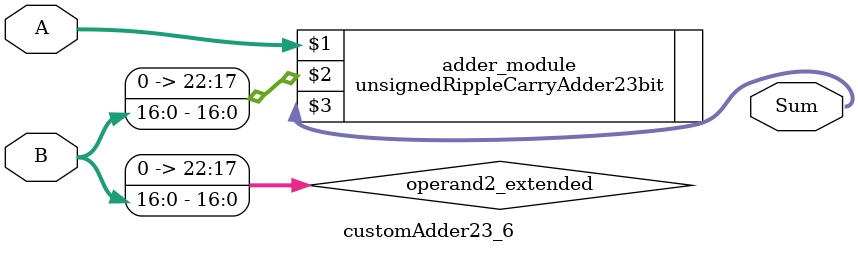
<source format=v>

module customAdder23_6(
                    input [22 : 0] A,
                    input [16 : 0] B,
                    
                    output [23 : 0] Sum
            );

    wire [22 : 0] operand2_extended;
    
    assign operand2_extended =  {6'b0, B};
    
    unsignedRippleCarryAdder23bit adder_module(
        A,
        operand2_extended,
        Sum
    );
    
endmodule
        
</source>
